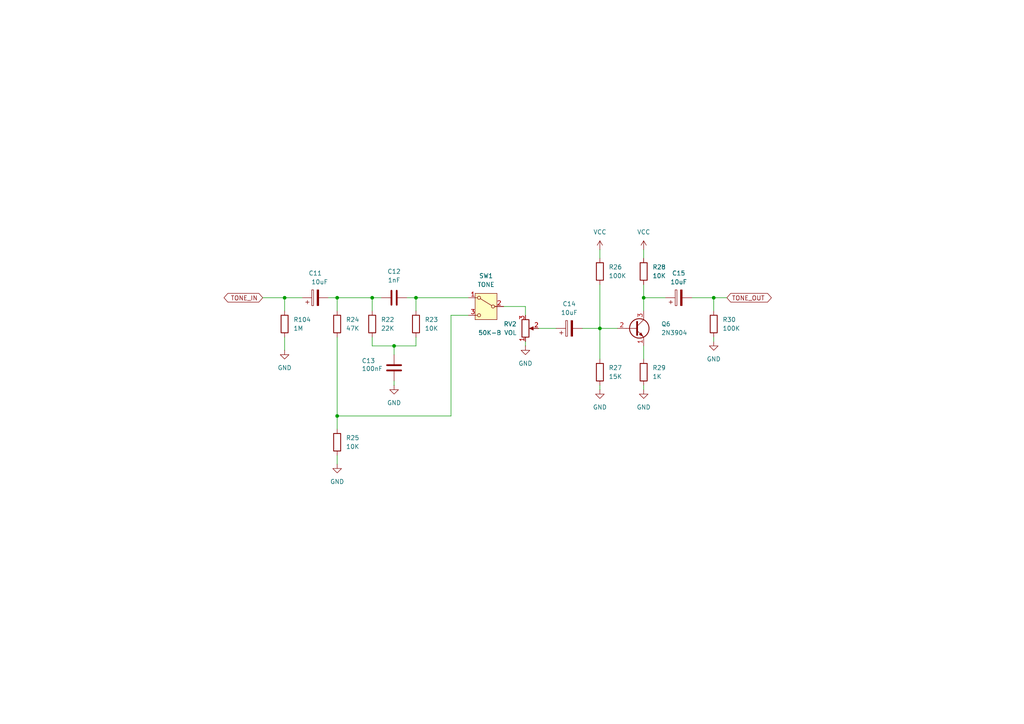
<source format=kicad_sch>
(kicad_sch (version 20250114) (generator "eeschema") (generator_version "9.0")
  (paper "A4")
  (lib_symbols
    (symbol "DIY_jorge:SW_SPDT" (pin_names (offset 0) (hide yes))
      (property "Reference" "SW" (at 0 5.08 0))
      (property "Value" "SW_SPDT" (at 0 -5.08 0))
      (symbol "SW_SPDT_0_1"
        (circle (center -2.032 0) (radius 0.4572))
        (polyline (pts (xy -1.651 0.254) (xy 1.651 2.286)))
        (circle (center 2.032 2.54) (radius 0.4572))
        (circle (center 2.032 -2.54) (radius 0.4572))
      )
      (symbol "SW_SPDT_1_1"
        (rectangle (start -3.175 3.81) (end 3.175 -3.81) (fill (type background)))
        (pin passive line (at -5.08 0 0) (length 2.54) (name "2") (number "2"))
        (pin passive line (at 5.08 2.54 180) (length 2.54) (name "1") (number "1"))
        (pin passive line (at 5.08 -2.54 180) (length 2.54) (name "3") (number "3"))
      )
    )
    (symbol "Device:C" (pin_numbers (hide yes)) (pin_names (offset 0.254))
      (property "Reference" "C" (at 0.635 2.54 0))
      (property "Value" "C" (at 0.635 -2.54 0))
      (symbol "C_0_1"
        (polyline (pts (xy -2.032 0.762) (xy 2.032 0.762)) (stroke (width 0.508)))
        (polyline (pts (xy -2.032 -0.762) (xy 2.032 -0.762)) (stroke (width 0.508)))
      )
      (symbol "C_1_1"
        (pin passive line (at 0 3.81 270) (length 2.794) (name "~") (number "1"))
        (pin passive line (at 0 -3.81 90) (length 2.794) (name "~") (number "2"))
      )
    )
    (symbol "Device:C_Polarized" (pin_numbers (hide yes)) (pin_names (offset 0.254))
      (property "Reference" "C" (at 0.635 2.54 0))
      (property "Value" "C_Polarized" (at 0.635 -2.54 0))
      (symbol "C_Polarized_0_1"
        (rectangle (start -2.286 0.508) (end 2.286 1.016))
        (polyline (pts (xy -1.778 2.286) (xy -0.762 2.286)))
        (polyline (pts (xy -1.27 2.794) (xy -1.27 1.778)))
        (rectangle (start 2.286 -0.508) (end -2.286 -1.016) (fill (type outline)))
      )
      (symbol "C_Polarized_1_1"
        (pin passive line (at 0 3.81 270) (length 2.794) (name "~") (number "1"))
        (pin passive line (at 0 -3.81 90) (length 2.794) (name "~") (number "2"))
      )
    )
    (symbol "Device:R" (pin_numbers (hide yes)) (pin_names (offset 0))
      (property "Reference" "R" (at 2.032 0 90))
      (property "Value" "R" (at 0 0 90))
      (symbol "R_0_1"
        (rectangle (start -1.016 -2.54) (end 1.016 2.54) (stroke (width 0.254)))
      )
      (symbol "R_1_1"
        (pin passive line (at 0 3.81 270) (length 1.27) (name "~") (number "1"))
        (pin passive line (at 0 -3.81 90) (length 1.27) (name "~") (number "2"))
      )
    )
    (symbol "Device:R_Potentiometer" (pin_names (offset 1.016) (hide yes))
      (property "Reference" "RV" (at -4.445 0 90))
      (property "Value" "R_Potentiometer" (at -2.54 0 90))
      (symbol "R_Potentiometer_0_1"
        (rectangle (start 1.016 2.54) (end -1.016 -2.54) (stroke (width 0.254)))
        (polyline (pts (xy 1.143 0) (xy 2.286 0.508) (xy 2.286 -0.508) (xy 1.143 0)) (fill (type outline)))
        (polyline (pts (xy 2.54 0) (xy 1.524 0)))
      )
      (symbol "R_Potentiometer_1_1"
        (pin passive line (at 0 3.81 270) (length 1.27) (name "1") (number "1"))
        (pin passive line (at 0 -3.81 90) (length 1.27) (name "3") (number "3"))
        (pin passive line (at 3.81 0 180) (length 1.27) (name "2") (number "2"))
      )
    )
    (symbol "Transistor_BJT:2N3904" (pin_names (offset 0) (hide yes))
      (property "Reference" "Q" (at 5.08 1.905 0))
      (property "Value" "2N3904" (at 5.08 0 0))
      (symbol "2N3904_0_1"
        (polyline (pts (xy -2.54 0) (xy 0.635 0)))
        (polyline (pts (xy 0.635 1.905) (xy 0.635 -1.905)) (stroke (width 0.508)))
        (circle (center 1.27 0) (radius 2.8194) (stroke (width 0.254)))
      )
      (symbol "2N3904_1_1"
        (polyline (pts (xy 0.635 0.635) (xy 2.54 2.54)))
        (polyline (pts (xy 0.635 -0.635) (xy 2.54 -2.54)))
        (polyline (pts (xy 1.27 -1.778) (xy 1.778 -1.27) (xy 2.286 -2.286) (xy 1.27 -1.778)) (fill (type outline)))
        (pin input line (at -5.08 0 0) (length 2.54) (name "B") (number "2"))
        (pin passive line (at 2.54 5.08 270) (length 2.54) (name "C") (number "3"))
        (pin passive line (at 2.54 -5.08 90) (length 2.54) (name "E") (number "1"))
      )
    )
    (symbol "power:GND" (power) (pin_numbers (hide yes)) (pin_names (offset 0) (hide yes))
      (property "Value" "GND" (at 0 -3.81 0))
      (symbol "GND_0_1"
        (polyline (pts (xy 0 0) (xy 0 -1.27) (xy 1.27 -1.27) (xy 0 -2.54) (xy -1.27 -1.27) (xy 0 -1.27)))
      )
      (symbol "GND_1_1"
        (pin power_in line (at 0 0 270) (length 0) (name "~") (number "1"))
      )
    )
    (symbol "power:VCC" (power) (pin_numbers (hide yes)) (pin_names (offset 0) (hide yes))
      (property "Value" "VCC" (at 0 3.556 0))
      (symbol "VCC_0_1"
        (polyline (pts (xy -0.762 1.27) (xy 0 2.54)))
        (polyline (pts (xy 0 2.54) (xy 0.762 1.27)))
        (polyline (pts (xy 0 0) (xy 0 2.54)))
      )
      (symbol "VCC_1_1"
        (pin power_in line (at 0 0 90) (length 0) (name "~") (number "1"))
      )
    )
  )
  (junction (at 207.01 86.36))
  (junction (at 186.69 86.36))
  (junction (at 97.79 86.36))
  (junction (at 120.65 86.36))
  (junction (at 97.79 120.65))
  (junction (at 82.55 86.36))
  (junction (at 107.95 86.36))
  (junction (at 114.3 100.33))
  (junction (at 173.99 95.25))
  (wire (pts (xy 146.05 88.9) (xy 152.4 88.9)))
  (wire (pts (xy 120.65 86.36) (xy 135.89 86.36)))
  (wire (pts (xy 186.69 111.76) (xy 186.69 113.03)))
  (wire (pts (xy 118.11 86.36) (xy 120.65 86.36)))
  (wire (pts (xy 82.55 86.36) (xy 82.55 90.17)))
  (wire (pts (xy 152.4 88.9) (xy 152.4 91.44)))
  (wire (pts (xy 97.79 132.08) (xy 97.79 134.62)))
  (wire (pts (xy 76.2 86.36) (xy 82.55 86.36)))
  (wire (pts (xy 173.99 111.76) (xy 173.99 113.03)))
  (wire (pts (xy 114.3 100.33) (xy 114.3 102.87)))
  (wire (pts (xy 97.79 120.65) (xy 97.79 124.46)))
  (wire (pts (xy 200.66 86.36) (xy 207.01 86.36)))
  (wire (pts (xy 207.01 86.36) (xy 207.01 90.17)))
  (wire (pts (xy 207.01 86.36) (xy 210.82 86.36)))
  (wire (pts (xy 186.69 100.33) (xy 186.69 104.14)))
  (wire (pts (xy 130.81 91.44) (xy 130.81 120.65)))
  (wire (pts (xy 107.95 97.79) (xy 107.95 100.33)))
  (wire (pts (xy 156.21 95.25) (xy 161.29 95.25)))
  (wire (pts (xy 97.79 97.79) (xy 97.79 120.65)))
  (wire (pts (xy 186.69 86.36) (xy 186.69 90.17)))
  (wire (pts (xy 120.65 100.33) (xy 114.3 100.33)))
  (wire (pts (xy 152.4 99.06) (xy 152.4 100.33)))
  (wire (pts (xy 130.81 120.65) (xy 97.79 120.65)))
  (wire (pts (xy 207.01 97.79) (xy 207.01 99.06)))
  (wire (pts (xy 82.55 97.79) (xy 82.55 101.6)))
  (wire (pts (xy 95.25 86.36) (xy 97.79 86.36)))
  (wire (pts (xy 107.95 86.36) (xy 107.95 90.17)))
  (wire (pts (xy 186.69 86.36) (xy 193.04 86.36)))
  (wire (pts (xy 186.69 82.55) (xy 186.69 86.36)))
  (wire (pts (xy 120.65 86.36) (xy 120.65 90.17)))
  (wire (pts (xy 97.79 86.36) (xy 97.79 90.17)))
  (wire (pts (xy 114.3 100.33) (xy 107.95 100.33)))
  (wire (pts (xy 173.99 72.39) (xy 173.99 74.93)))
  (wire (pts (xy 114.3 110.49) (xy 114.3 111.76)))
  (wire (pts (xy 82.55 86.36) (xy 87.63 86.36)))
  (wire (pts (xy 120.65 97.79) (xy 120.65 100.33)))
  (wire (pts (xy 173.99 95.25) (xy 179.07 95.25)))
  (wire (pts (xy 173.99 82.55) (xy 173.99 95.25)))
  (wire (pts (xy 168.91 95.25) (xy 173.99 95.25)))
  (wire (pts (xy 97.79 86.36) (xy 107.95 86.36)))
  (wire (pts (xy 135.89 91.44) (xy 130.81 91.44)))
  (wire (pts (xy 186.69 72.39) (xy 186.69 74.93)))
  (wire (pts (xy 173.99 95.25) (xy 173.99 104.14)))
  (wire (pts (xy 110.49 86.36) (xy 107.95 86.36)))
  (global_label "TONE_OUT" (shape bidirectional) (at 210.82 86.36 0) (property "Intersheetrefs" "${INTERSHEET_REFS}" (effects (hide yes))))
  (global_label "TONE_IN" (shape bidirectional) (at 76.2 86.36 180) (property "Intersheetrefs" "${INTERSHEET_REFS}" (effects (hide yes))))
  (symbol (lib_id "power:GND") (at 186.69 113.03 0) (unit 1)
    (property "Reference" "#PWR024" (effects (hide yes)))
    (property "Value" "GND" (at 186.69 118.11 0))
    (property "Description" "Power symbol creates a global label with name \"GND\" , ground" (effects (hide yes)))
  )
  (symbol (lib_id "power:GND") (at 152.4 100.33 0) (unit 1)
    (property "Reference" "#PWR018" (effects (hide yes)))
    (property "Value" "GND" (at 152.4 105.41 0))
    (property "Description" "Power symbol creates a global label with name \"GND\" , ground" (effects (hide yes)))
  )
  (symbol (lib_id "power:GND") (at 173.99 113.03 0) (unit 1)
    (property "Reference" "#PWR023" (effects (hide yes)))
    (property "Value" "GND" (at 173.99 118.11 0))
    (property "Description" "Power symbol creates a global label with name \"GND\" , ground" (effects (hide yes)))
  )
  (symbol (lib_id "power:GND") (at 114.3 111.76 0) (unit 1)
    (property "Reference" "#PWR019" (effects (hide yes)))
    (property "Value" "GND" (at 114.3 116.84 0))
    (property "Description" "Power symbol creates a global label with name \"GND\" , ground" (effects (hide yes)))
  )
  (symbol (lib_id "Device:R") (at 97.79 93.98 0) (unit 1)
    (property "Reference" "R24" (at 100.33 92.71 0) (effects (justify left)))
    (property "Value" "47K" (at 100.33 95.25 0) (effects (justify left)))
    (property "Footprint" "Resistor_THT:R_Axial_DIN0207_L6.3mm_D2.5mm_P7.62mm_Horizontal" (effects (hide yes)))
  )
  (symbol (lib_id "power:GND") (at 207.01 99.06 0) (unit 1)
    (property "Reference" "#PWR025" (effects (hide yes)))
    (property "Value" "GND" (at 207.01 104.14 0))
    (property "Description" "Power symbol creates a global label with name \"GND\" , ground" (effects (hide yes)))
  )
  (symbol (lib_id "Device:C") (at 114.3 106.68 0) (unit 1)
    (property "Reference" "C13" (at 104.902 104.648 0) (effects (justify left)))
    (property "Value" "100nF" (at 104.902 106.934 0) (effects (justify left)))
    (property "Footprint" "Capacitor_THT:C_Disc_D5.1mm_W3.2mm_P5.00mm" (effects (hide yes)))
  )
  (symbol (lib_id "Device:R") (at 107.95 93.98 0) (unit 1)
    (property "Reference" "R22" (at 110.49 92.71 0) (effects (justify left)))
    (property "Value" "22K" (at 110.49 95.25 0) (effects (justify left)))
    (property "Footprint" "Resistor_THT:R_Axial_DIN0207_L6.3mm_D2.5mm_P7.62mm_Horizontal" (effects (hide yes)))
  )
  (symbol (lib_id "Device:R") (at 97.79 128.27 0) (unit 1)
    (property "Reference" "R25" (at 100.33 127 0) (effects (justify left)))
    (property "Value" "10K" (at 100.33 129.54 0) (effects (justify left)))
    (property "Footprint" "Resistor_THT:R_Axial_DIN0207_L6.3mm_D2.5mm_P7.62mm_Horizontal" (effects (hide yes)))
  )
  (symbol (lib_id "power:GND") (at 97.79 134.62 0) (unit 1)
    (property "Reference" "#PWR020" (effects (hide yes)))
    (property "Value" "GND" (at 97.79 139.7 0))
    (property "Description" "Power symbol creates a global label with name \"GND\" , ground" (effects (hide yes)))
  )
  (symbol (lib_id "Device:R_Potentiometer") (at 152.4 95.25 0) (mirror x) (unit 1)
    (property "Reference" "RV2" (at 149.86 93.98 0) (effects (justify right)))
    (property "Value" "50K-B VOL" (at 149.86 96.52 0) (effects (justify right)))
    (property "Footprint" "DIY_jorge:Pot Alpha 16mm" (effects (hide yes)))
  )
  (symbol (lib_id "Device:R") (at 120.65 93.98 0) (unit 1)
    (property "Reference" "R23" (at 123.19 92.71 0) (effects (justify left)))
    (property "Value" "10K" (at 123.19 95.25 0) (effects (justify left)))
    (property "Footprint" "Resistor_THT:R_Axial_DIN0207_L6.3mm_D2.5mm_P7.62mm_Horizontal" (effects (hide yes)))
  )
  (symbol (lib_id "Device:R") (at 186.69 107.95 0) (unit 1)
    (property "Reference" "R29" (at 189.23 106.68 0) (effects (justify left)))
    (property "Value" "1K" (at 189.23 109.22 0) (effects (justify left)))
    (property "Footprint" "Resistor_THT:R_Axial_DIN0207_L6.3mm_D2.5mm_P7.62mm_Horizontal" (effects (hide yes)))
  )
  (symbol (lib_id "power:VCC") (at 186.69 72.39 0) (unit 1)
    (property "Reference" "#PWR022" (effects (hide yes)))
    (property "Value" "VCC" (at 186.69 67.31 0))
    (property "Description" "Power symbol creates a global label with name \"VCC\"" (effects (hide yes)))
  )
  (symbol (lib_id "Device:C_Polarized") (at 165.1 95.25 90) (unit 1)
    (property "Reference" "C14" (at 165.1 88.138 90))
    (property "Value" "10uF" (at 165.1 90.678 90))
    (property "Footprint" "Capacitor_THT:CP_Radial_D5.0mm_P2.00mm" (effects (hide yes)))
  )
  (symbol (lib_id "Device:R") (at 173.99 107.95 0) (unit 1)
    (property "Reference" "R27" (at 176.53 106.68 0) (effects (justify left)))
    (property "Value" "15K" (at 176.53 109.22 0) (effects (justify left)))
    (property "Footprint" "Resistor_THT:R_Axial_DIN0207_L6.3mm_D2.5mm_P7.62mm_Horizontal" (effects (hide yes)))
  )
  (symbol (lib_id "Device:C") (at 114.3 86.36 90) (unit 1)
    (property "Reference" "C12" (at 114.3 78.74 90))
    (property "Value" "1nF" (at 114.3 81.28 90))
    (property "Footprint" "Capacitor_THT:C_Disc_D5.1mm_W3.2mm_P5.00mm" (effects (hide yes)))
  )
  (symbol (lib_id "Device:R") (at 186.69 78.74 0) (unit 1)
    (property "Reference" "R28" (at 189.23 77.47 0) (effects (justify left)))
    (property "Value" "10K" (at 189.23 80.01 0) (effects (justify left)))
    (property "Footprint" "Resistor_THT:R_Axial_DIN0207_L6.3mm_D2.5mm_P7.62mm_Horizontal" (effects (hide yes)))
  )
  (symbol (lib_id "Device:R") (at 173.99 78.74 0) (unit 1)
    (property "Reference" "R26" (at 176.53 77.47 0) (effects (justify left)))
    (property "Value" "100K" (at 176.53 80.01 0) (effects (justify left)))
    (property "Footprint" "Resistor_THT:R_Axial_DIN0207_L6.3mm_D2.5mm_P7.62mm_Horizontal" (effects (hide yes)))
  )
  (symbol (lib_id "Device:C_Polarized") (at 196.85 86.36 90) (unit 1)
    (property "Reference" "C15" (at 196.85 79.248 90))
    (property "Value" "10uF" (at 196.85 81.788 90))
    (property "Footprint" "Capacitor_THT:CP_Radial_D5.0mm_P2.00mm" (effects (hide yes)))
  )
  (symbol (lib_id "power:GND") (at 82.55 101.6 0) (unit 1)
    (property "Reference" "#PWR036" (effects (hide yes)))
    (property "Value" "GND" (at 82.55 106.68 0))
    (property "Description" "Power symbol creates a global label with name \"GND\" , ground" (effects (hide yes)))
  )
  (symbol (lib_id "Transistor_BJT:2N3904") (at 184.15 95.25 0) (unit 1)
    (property "Reference" "Q6" (at 191.77 93.98 0) (effects (justify left)))
    (property "Value" "2N3904" (at 191.77 96.52 0) (effects (justify left)))
    (property "Footprint" "Package_TO_SOT_THT:TO-92_Inline" (effects (hide yes)))
    (property "Datasheet" "https://www.onsemi.com/pub/Collateral/2N3903-D.PDF" (effects (hide yes)))
    (property "Description" "0.2A Ic, 40V Vce, Small Signal NPN Transistor, TO-92" (effects (hide yes)))
  )
  (symbol (lib_id "Device:R") (at 207.01 93.98 0) (unit 1)
    (property "Reference" "R30" (at 209.55 92.71 0) (effects (justify left)))
    (property "Value" "100K" (at 209.55 95.25 0) (effects (justify left)))
    (property "Footprint" "Resistor_THT:R_Axial_DIN0207_L6.3mm_D2.5mm_P7.62mm_Horizontal" (effects (hide yes)))
  )
  (symbol (lib_id "power:VCC") (at 173.99 72.39 0) (unit 1)
    (property "Reference" "#PWR021" (effects (hide yes)))
    (property "Value" "VCC" (at 173.99 67.31 0))
    (property "Description" "Power symbol creates a global label with name \"VCC\"" (effects (hide yes)))
  )
  (symbol (lib_id "DIY_jorge:SW_SPDT") (at 140.97 88.9 0) (mirror y) (unit 1)
    (property "Reference" "SW1" (at 140.97 80.01 0))
    (property "Value" "TONE" (at 140.97 82.55 0))
    (property "Footprint" "DIY_jorge:SW_DPDT" (effects (hide yes)))
    (property "Description" "Switch, single pole double throw" (effects (hide yes)))
  )
  (symbol (lib_id "Device:C_Polarized") (at 91.44 86.36 90) (unit 1)
    (property "Reference" "C11" (at 91.44 79.248 90))
    (property "Value" "10uF" (at 92.71 81.788 90))
    (property "Footprint" "Capacitor_THT:CP_Radial_D5.0mm_P2.00mm" (effects (hide yes)))
  )
  (symbol (lib_id "Device:R") (at 82.55 93.98 0) (unit 1)
    (property "Reference" "R104" (at 85.09 92.7099 0) (effects (justify left)))
    (property "Value" "1M" (at 85.09 95.2499 0) (effects (justify left)))
    (property "Footprint" "Resistor_THT:R_Axial_DIN0207_L6.3mm_D2.5mm_P7.62mm_Horizontal" (effects (hide yes)))
  )
)
</source>
